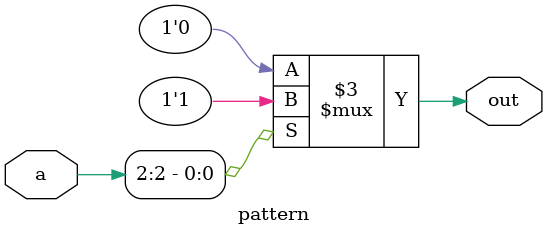
<source format=v>
module pattern(
    input wire [2:0]a,
    output reg out
);

always @(a)begin

    casex(a)
        3'b1xx : out=1'b1;
        default: out=1'b0;

    endcase

end
endmodule


</source>
